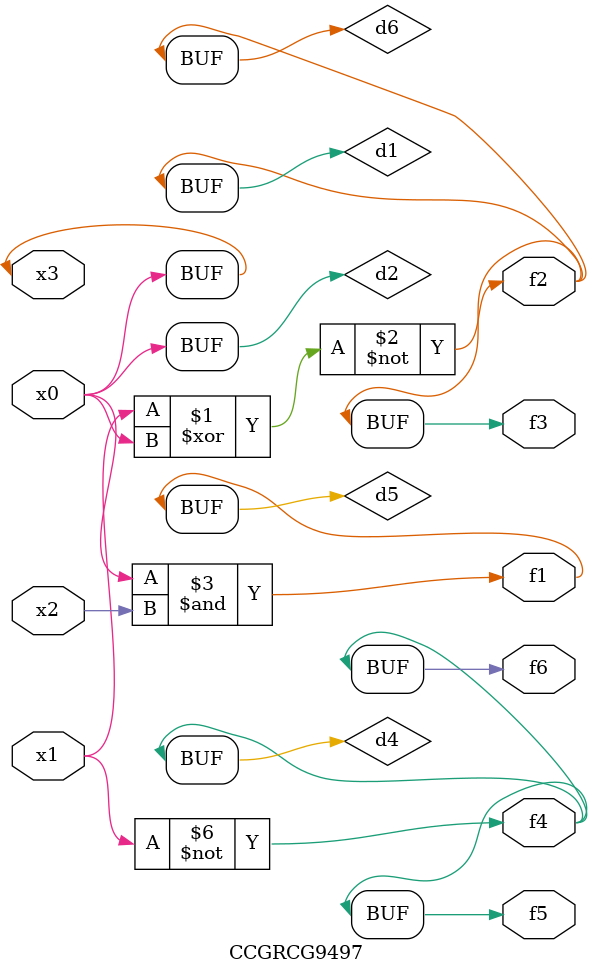
<source format=v>
module CCGRCG9497(
	input x0, x1, x2, x3,
	output f1, f2, f3, f4, f5, f6
);

	wire d1, d2, d3, d4, d5, d6;

	xnor (d1, x1, x3);
	buf (d2, x0, x3);
	nand (d3, x0, x2);
	not (d4, x1);
	nand (d5, d3);
	or (d6, d1);
	assign f1 = d5;
	assign f2 = d6;
	assign f3 = d6;
	assign f4 = d4;
	assign f5 = d4;
	assign f6 = d4;
endmodule

</source>
